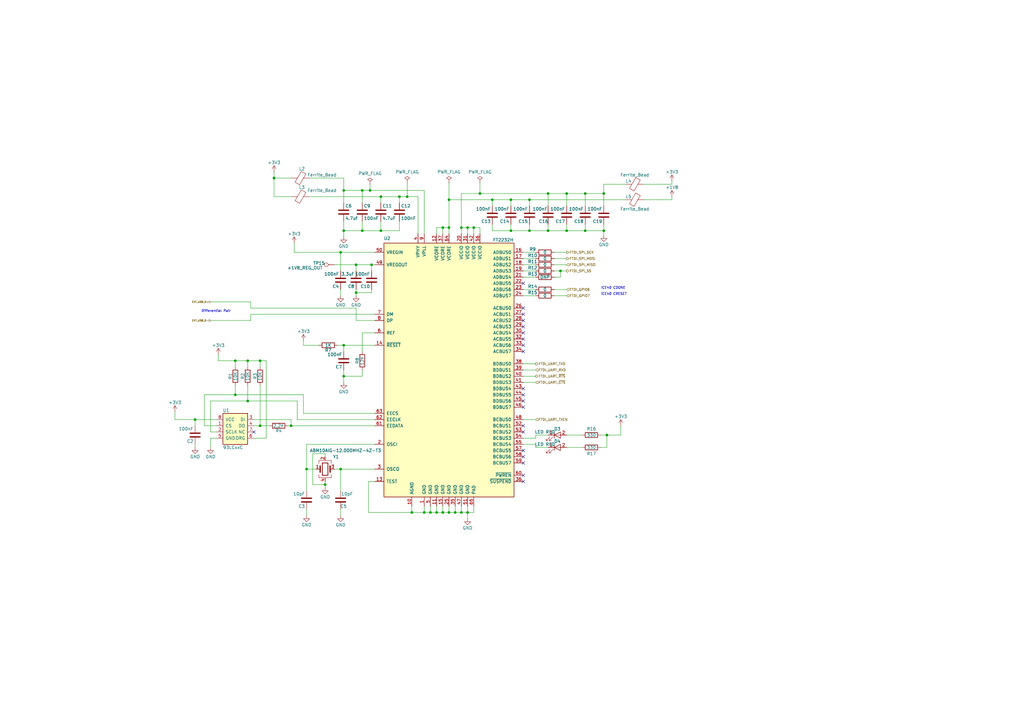
<source format=kicad_sch>
(kicad_sch (version 20211123) (generator eeschema)
  (paper "A3")
  (title_block (title "63HP HILTOP Backplane") (date "2021-02-04") (rev "C") (company "Devtank Ltd"))
  (lib_symbols
    (symbol "hiltop_backplane_brd-rescue:93LCxxC-memory-hiltop_backplane_brd-rescue" (pin_names (offset 1.016))
      (property "Reference" "U" (at -3.81 8.89 0))
      (property "Value" "93LCxxC-memory-hiltop_backplane_brd-rescue" (at -5.08 -6.35 0))
      (symbol "93LCxxC-memory-hiltop_backplane_brd-rescue_0_1"
        (rectangle (start -5.08 -5.08) (end 5.08 7.62) (stroke (width 0.254)) (fill (type background)))
      )
      (symbol "93LCxxC-memory-hiltop_backplane_brd-rescue_1_1"
        (pin input line (at -7.62 2.54 0) (length 2.54) (name "CS") (number "1"))
        (pin input line (at -7.62 0 0) (length 2.54) (name "SCLK") (number "2"))
        (pin input line (at 7.62 5.08 180) (length 2.54) (name "DI") (number "3"))
        (pin tri_state line (at 7.62 2.54 180) (length 2.54) (name "DO") (number "4"))
        (pin power_in line (at -7.62 -2.54 0) (length 2.54) (name "GND") (number "5"))
        (pin input line (at 7.62 -2.54 180) (length 2.54) (name "ORG") (number "6"))
        (pin input line (at 7.62 0 180) (length 2.54) (name "NC") (number "7"))
        (pin power_in line (at -7.62 5.08 0) (length 2.54) (name "VCC") (number "8"))
      )
    )
    (symbol "hiltop_backplane_brd-rescue:C-device-hiltop_backplane_brd-rescue" (pin_numbers hide) (pin_names (offset 0.254))
      (property "Reference" "C" (at 0.635 2.54 0))
      (property "Value" "C-device-hiltop_backplane_brd-rescue" (at 0.635 -2.54 0))
      (symbol "C-device-hiltop_backplane_brd-rescue_0_1"
        (polyline (pts (xy -2.032 -0.762) (xy 2.032 -0.762)) (stroke (width 0.508)))
        (polyline (pts (xy -2.032 0.762) (xy 2.032 0.762)) (stroke (width 0.508)))
      )
      (symbol "C-device-hiltop_backplane_brd-rescue_1_1"
        (pin passive line (at 0 3.81 270) (length 2.794) (name "~") (number "1"))
        (pin passive line (at 0 -3.81 90) (length 2.794) (name "~") (number "2"))
      )
    )
    (symbol "hiltop_backplane_brd-rescue:Crystal_GND24-device-hiltop_backplane_brd-rescue" (pin_names (offset 1.016) hide)
      (property "Reference" "Y" (at 3.175 5.08 0))
      (property "Value" "Crystal_GND24-device-hiltop_backplane_brd-rescue" (at 3.175 3.175 0))
      (symbol "Crystal_GND24-device-hiltop_backplane_brd-rescue_0_1"
        (rectangle (start -1.143 2.54) (end 1.143 -2.54) (stroke (width 0.3048)))
        (polyline (pts (xy -2.54 0) (xy -2.032 0)))
        (polyline (pts (xy -2.032 -1.27) (xy -2.032 1.27)) (stroke (width 0.508)))
        (polyline (pts (xy 0 -3.81) (xy 0 -3.556)))
        (polyline (pts (xy 0 3.556) (xy 0 3.81)))
        (polyline (pts (xy 2.032 -1.27) (xy 2.032 1.27)) (stroke (width 0.508)))
        (polyline (pts (xy 2.032 0) (xy 2.54 0)))
        (polyline (pts (xy -2.54 -2.286) (xy -2.54 -3.556) (xy 2.54 -3.556) (xy 2.54 -2.286)))
        (polyline (pts (xy -2.54 2.286) (xy -2.54 3.556) (xy 2.54 3.556) (xy 2.54 2.286)))
      )
      (symbol "Crystal_GND24-device-hiltop_backplane_brd-rescue_1_1"
        (pin passive line (at -3.81 0 0) (length 1.27) (name "1") (number "1"))
        (pin passive line (at 0 5.08 270) (length 1.27) (name "2") (number "2"))
        (pin passive line (at 3.81 0 180) (length 1.27) (name "3") (number "3"))
        (pin passive line (at 0 -5.08 90) (length 1.27) (name "4") (number "4"))
      )
    )
    (symbol "hiltop_backplane_brd-rescue:FT2232H-gti_Lattice-hiltop_backplane_brd-rescue" (pin_names (offset 1.016))
      (property "Reference" "U" (at -26.67 53.34 0))
      (property "Value" "FT2232H-gti_Lattice-hiltop_backplane_brd-rescue" (at 19.05 53.34 0))
      (symbol "FT2232H-gti_Lattice-hiltop_backplane_brd-rescue_0_1"
        (rectangle (start -26.67 -52.07) (end 26.67 52.07) (stroke (width 0.254)) (fill (type background)))
      )
      (symbol "FT2232H-gti_Lattice-hiltop_backplane_brd-rescue_1_1"
        (pin power_in line (at -10.16 -55.88 90) (length 3.81) (name "GND") (number "1"))
        (pin power_in line (at -15.24 -55.88 90) (length 3.81) (name "AGND") (number "10"))
        (pin power_in line (at -5.08 -55.88 90) (length 3.81) (name "GND") (number "11"))
        (pin power_in line (at -5.08 55.88 270) (length 3.81) (name "VCORE") (number "12"))
        (pin input line (at -30.48 -45.72 0) (length 3.81) (name "TEST") (number "13"))
        (pin input line (at -30.48 10.16 0) (length 3.81) (name "~{RESET}") (number "14"))
        (pin power_in line (at -2.54 -55.88 90) (length 3.81) (name "GND") (number "15"))
        (pin bidirectional line (at 30.48 48.26 180) (length 3.81) (name "ADBUS0") (number "16"))
        (pin bidirectional line (at 30.48 45.72 180) (length 3.81) (name "ADBUS1") (number "17"))
        (pin bidirectional line (at 30.48 43.18 180) (length 3.81) (name "ADBUS2") (number "18"))
        (pin bidirectional line (at 30.48 40.64 180) (length 3.81) (name "ADBUS3") (number "19"))
        (pin input line (at -30.48 -30.48 0) (length 3.81) (name "OSCI") (number "2"))
        (pin power_in line (at 5.08 55.88 270) (length 3.81) (name "VCCIO") (number "20"))
        (pin bidirectional line (at 30.48 38.1 180) (length 3.81) (name "ADBUS4") (number "21"))
        (pin bidirectional line (at 30.48 35.56 180) (length 3.81) (name "ADBUS5") (number "22"))
        (pin bidirectional line (at 30.48 33.02 180) (length 3.81) (name "ADBUS6") (number "23"))
        (pin bidirectional line (at 30.48 30.48 180) (length 3.81) (name "ADBUS7") (number "24"))
        (pin power_in line (at 0 -55.88 90) (length 3.81) (name "GND") (number "25"))
        (pin bidirectional line (at 30.48 25.4 180) (length 3.81) (name "ACBUS0") (number "26"))
        (pin bidirectional line (at 30.48 22.86 180) (length 3.81) (name "ACBUS1") (number "27"))
        (pin bidirectional line (at 30.48 20.32 180) (length 3.81) (name "ACBUS2") (number "28"))
        (pin bidirectional line (at 30.48 17.78 180) (length 3.81) (name "ACBUS3") (number "29"))
        (pin output line (at -30.48 -40.64 0) (length 3.81) (name "OSCO") (number "3"))
        (pin bidirectional line (at 30.48 15.24 180) (length 3.81) (name "ACBUS4") (number "30"))
        (pin power_in line (at 7.62 55.88 270) (length 3.81) (name "VCCIO") (number "31"))
        (pin bidirectional line (at 30.48 12.7 180) (length 3.81) (name "ACBUS5") (number "32"))
        (pin bidirectional line (at 30.48 10.16 180) (length 3.81) (name "ACBUS6") (number "33"))
        (pin bidirectional line (at 30.48 7.62 180) (length 3.81) (name "ACBUS7") (number "34"))
        (pin power_in line (at 2.54 -55.88 90) (length 3.81) (name "GND") (number "35"))
        (pin output line (at 30.48 -45.72 180) (length 3.81) (name "~{SUSPEND}") (number "36"))
        (pin power_in line (at -2.54 55.88 270) (length 3.81) (name "VCORE") (number "37"))
        (pin bidirectional line (at 30.48 2.54 180) (length 3.81) (name "BDBUS0") (number "38"))
        (pin bidirectional line (at 30.48 0 180) (length 3.81) (name "BDBUS1") (number "39"))
        (pin power_in line (at -12.7 55.88 270) (length 3.81) (name "VPHY") (number "4"))
        (pin bidirectional line (at 30.48 -2.54 180) (length 3.81) (name "BDBUS2") (number "40"))
        (pin bidirectional line (at 30.48 -5.08 180) (length 3.81) (name "BDBUS3") (number "41"))
        (pin power_in line (at 10.16 55.88 270) (length 3.81) (name "VCCIO") (number "42"))
        (pin bidirectional line (at 30.48 -7.62 180) (length 3.81) (name "BDBUS4") (number "43"))
        (pin bidirectional line (at 30.48 -10.16 180) (length 3.81) (name "BDBUS5") (number "44"))
        (pin bidirectional line (at 30.48 -12.7 180) (length 3.81) (name "BDBUS6") (number "45"))
        (pin bidirectional line (at 30.48 -15.24 180) (length 3.81) (name "BDBUS7") (number "46"))
        (pin power_in line (at 5.08 -55.88 90) (length 3.81) (name "GND") (number "47"))
        (pin bidirectional line (at 30.48 -20.32 180) (length 3.81) (name "BCBUS0") (number "48"))
        (pin power_out line (at -30.48 43.18 0) (length 3.81) (name "VREGOUT") (number "49"))
        (pin power_in line (at -7.62 -55.88 90) (length 3.81) (name "GND") (number "5"))
        (pin power_in line (at -30.48 48.26 0) (length 3.81) (name "VREGIN") (number "50"))
        (pin power_in line (at 7.62 -55.88 90) (length 3.81) (name "GND") (number "51"))
        (pin bidirectional line (at 30.48 -22.86 180) (length 3.81) (name "BCBUS1") (number "52"))
        (pin bidirectional line (at 30.48 -25.4 180) (length 3.81) (name "BCBUS2") (number "53"))
        (pin bidirectional line (at 30.48 -27.94 180) (length 3.81) (name "BCBUS3") (number "54"))
        (pin bidirectional line (at 30.48 -30.48 180) (length 3.81) (name "BCBUS4") (number "55"))
        (pin power_in line (at 12.7 55.88 270) (length 3.81) (name "VCCIO") (number "56"))
        (pin bidirectional line (at 30.48 -33.02 180) (length 3.81) (name "BCBUS5") (number "57"))
        (pin bidirectional line (at 30.48 -35.56 180) (length 3.81) (name "BCBUS6") (number "58"))
        (pin bidirectional line (at 30.48 -38.1 180) (length 3.81) (name "BCBUS7") (number "59"))
        (pin output line (at -30.48 15.24 0) (length 3.81) (name "REF") (number "6"))
        (pin output line (at 30.48 -43.18 180) (length 3.81) (name "~{PWREN}") (number "60"))
        (pin bidirectional line (at -30.48 -22.86 0) (length 3.81) (name "EEDATA") (number "61"))
        (pin output line (at -30.48 -20.32 0) (length 3.81) (name "EECLK") (number "62"))
        (pin output line (at -30.48 -17.78 0) (length 3.81) (name "EECS") (number "63"))
        (pin power_in line (at 0 55.88 270) (length 3.81) (name "VCORE") (number "64"))
        (pin input line (at 10.16 -55.88 90) (length 3.81) (name "PAD") (number "65"))
        (pin bidirectional line (at -30.48 22.86 0) (length 3.81) (name "DM") (number "7"))
        (pin bidirectional line (at -30.48 20.32 0) (length 3.81) (name "DP") (number "8"))
        (pin input line (at -10.16 55.88 270) (length 3.81) (name "VPLL") (number "9"))
      )
    )
    (symbol "hiltop_backplane_brd-rescue:Ferrite_Bead-device-hiltop_backplane_brd-rescue" (pin_numbers hide) (pin_names (offset 0))
      (property "Reference" "L" (at -3.81 0.635 90))
      (property "Value" "Ferrite_Bead-device-hiltop_backplane_brd-rescue" (at 3.81 0 90))
      (symbol "Ferrite_Bead-device-hiltop_backplane_brd-rescue_0_1"
        (polyline (pts (xy 0 -1.27) (xy 0 -1.2192)))
        (polyline (pts (xy 0 1.27) (xy 0 1.2954)))
        (polyline (pts (xy -2.7686 0.4064) (xy -1.7018 2.2606) (xy 2.7686 -0.3048) (xy 1.6764 -2.159) (xy -2.7686 0.4064)))
      )
      (symbol "Ferrite_Bead-device-hiltop_backplane_brd-rescue_1_1"
        (pin passive line (at 0 3.81 270) (length 2.54) (name "~") (number "1"))
        (pin passive line (at 0 -3.81 90) (length 2.54) (name "~") (number "2"))
      )
    )
    (symbol "hiltop_backplane_brd-rescue:LED-device-hiltop_backplane_brd-rescue" (pin_names (offset 1.016) hide)
      (property "Reference" "D" (at 0 2.54 0))
      (property "Value" "LED-device-hiltop_backplane_brd-rescue" (at 0 -2.54 0))
      (symbol "LED-device-hiltop_backplane_brd-rescue_0_1"
        (polyline (pts (xy -1.27 -1.27) (xy -1.27 1.27)) (stroke (width 0.2032)))
        (polyline (pts (xy -1.27 0) (xy 1.27 0)))
        (polyline (pts (xy 1.27 -1.27) (xy 1.27 1.27) (xy -1.27 0) (xy 1.27 -1.27)) (stroke (width 0.2032)))
        (polyline (pts (xy -3.048 -0.762) (xy -4.572 -2.286) (xy -3.81 -2.286) (xy -4.572 -2.286) (xy -4.572 -1.524)))
        (polyline (pts (xy -1.778 -0.762) (xy -3.302 -2.286) (xy -2.54 -2.286) (xy -3.302 -2.286) (xy -3.302 -1.524)))
      )
      (symbol "LED-device-hiltop_backplane_brd-rescue_1_1"
        (pin passive line (at -3.81 0 0) (length 2.54) (name "K") (number "1"))
        (pin passive line (at 3.81 0 180) (length 2.54) (name "A") (number "2"))
      )
    )
    (symbol "hiltop_backplane_brd-rescue:R-device-hiltop_backplane_brd-rescue" (pin_numbers hide) (pin_names (offset 0))
      (property "Reference" "R" (at 2.032 0 90))
      (property "Value" "R-device-hiltop_backplane_brd-rescue" (at 0 0 90))
      (symbol "R-device-hiltop_backplane_brd-rescue_0_1"
        (rectangle (start -1.016 -2.54) (end 1.016 2.54) (stroke (width 0.254)))
      )
      (symbol "R-device-hiltop_backplane_brd-rescue_1_1"
        (pin passive line (at 0 3.81 270) (length 1.27) (name "~") (number "1"))
        (pin passive line (at 0 -3.81 90) (length 1.27) (name "~") (number "2"))
      )
    )
    (symbol "hiltop_backplane_brd-rescue:TestPoint-Connector-hiltop_backplane_brd-rescue" (pin_numbers hide) (pin_names (offset 0.762) hide)
      (property "Reference" "TP" (at 0 6.858 0))
      (property "Value" "TestPoint-Connector-hiltop_backplane_brd-rescue" (at 0 5.08 0))
      (symbol "TestPoint-Connector-hiltop_backplane_brd-rescue_0_1"
        (circle (center 0 3.302) (radius 0.762))
      )
      (symbol "TestPoint-Connector-hiltop_backplane_brd-rescue_1_1"
        (pin passive line (at 0 0 90) (length 2.54) (name "1") (number "1"))
      )
    )
    (symbol "power:+1V8" (power) (pin_names (offset 0))
      (property "Value" "+1V8" (at 0 3.556 0))
      (symbol "+1V8_0_1"
        (polyline (pts (xy -0.762 1.27) (xy 0 2.54)))
        (polyline (pts (xy 0 0) (xy 0 2.54)))
        (polyline (pts (xy 0 2.54) (xy 0.762 1.27)))
      )
      (symbol "+1V8_1_1"
        (pin power_in line (at 0 0 90) (length 0) hide (name "+1V8") (number "1"))
      )
    )
    (symbol "power:+3V3" (power) (pin_names (offset 0))
      (property "Value" "+3V3" (at 0 3.556 0))
      (symbol "+3V3_0_1"
        (polyline (pts (xy -0.762 1.27) (xy 0 2.54)))
        (polyline (pts (xy 0 0) (xy 0 2.54)))
        (polyline (pts (xy 0 2.54) (xy 0.762 1.27)))
      )
      (symbol "+3V3_1_1"
        (pin power_in line (at 0 0 90) (length 0) hide (name "+3V3") (number "1"))
      )
    )
    (symbol "power:GND" (power) (pin_names (offset 0))
      (property "Value" "GND" (at 0 -3.81 0))
      (symbol "GND_0_1"
        (polyline (pts (xy 0 0) (xy 0 -1.27) (xy 1.27 -1.27) (xy 0 -2.54) (xy -1.27 -1.27) (xy 0 -1.27)))
      )
      (symbol "GND_1_1"
        (pin power_in line (at 0 0 270) (length 0) hide (name "GND") (number "1"))
      )
    )
    (symbol "power:PWR_FLAG" (power) (pin_numbers hide) (pin_names (offset 0) hide)
      (property "Value" "PWR_FLAG" (at 0 3.81 0))
      (symbol "PWR_FLAG_0_0"
        (pin power_out line (at 0 0 90) (length 0) (name "pwr") (number "1"))
      )
      (symbol "PWR_FLAG_0_1"
        (polyline (pts (xy 0 0) (xy 0 1.27) (xy -1.016 1.905) (xy 0 2.54) (xy 1.016 1.905) (xy 0 1.27)))
      )
    )
  )
  (junction (at 167.005 80.645))
  (junction (at 247.65 94.615))
  (junction (at 201.93 81.915))
  (junction (at 133.35 198.755))
  (junction (at 101.6 147.955))
  (junction (at 240.03 79.375))
  (junction (at 151.765 78.105))
  (junction (at 139.7 192.405))
  (junction (at 101.6 164.465))
  (junction (at 146.05 120.015))
  (junction (at 217.17 81.915))
  (junction (at 139.7 103.505))
  (junction (at 181.61 93.345))
  (junction (at 189.23 93.345))
  (junction (at 125.73 192.405))
  (junction (at 240.03 94.615))
  (junction (at 80.01 172.085))
  (junction (at 181.61 210.185))
  (junction (at 140.97 78.105))
  (junction (at 148.59 78.105))
  (junction (at 96.52 147.955))
  (junction (at 168.91 210.185))
  (junction (at 96.52 161.925))
  (junction (at 140.97 141.605))
  (junction (at 248.92 178.435))
  (junction (at 229.87 111.125))
  (junction (at 196.85 79.375))
  (junction (at 217.17 94.615))
  (junction (at 163.83 80.645))
  (junction (at 148.59 94.615))
  (junction (at 247.65 79.375))
  (junction (at 140.97 154.305))
  (junction (at 179.07 210.185))
  (junction (at 176.53 210.185))
  (junction (at 224.79 94.615))
  (junction (at 232.41 94.615))
  (junction (at 156.21 80.645))
  (junction (at 186.69 210.185))
  (junction (at 209.55 81.915))
  (junction (at 112.395 73.025))
  (junction (at 194.31 93.345))
  (junction (at 173.99 210.185))
  (junction (at 184.15 81.915))
  (junction (at 209.55 94.615))
  (junction (at 189.23 210.185))
  (junction (at 106.68 147.955))
  (junction (at 156.21 94.615))
  (junction (at 232.41 79.375))
  (junction (at 184.15 210.185))
  (junction (at 224.79 79.375))
  (junction (at 184.15 93.345))
  (junction (at 191.77 93.345))
  (junction (at 106.68 174.625))
  (junction (at 140.97 94.615))
  (junction (at 146.05 108.585))
  (junction (at 119.38 174.625))
  (junction (at 152.4 108.585))
  (junction (at 191.77 210.185))
  (no_connect (at 214.63 189.865))
  (no_connect (at 214.63 197.485))
  (no_connect (at 214.63 126.365))
  (no_connect (at 214.63 136.525))
  (no_connect (at 214.63 144.145))
  (no_connect (at 104.14 177.165))
  (no_connect (at 214.63 187.325))
  (no_connect (at 214.63 141.605))
  (no_connect (at 214.63 159.385))
  (no_connect (at 214.63 174.625))
  (no_connect (at 214.63 128.905))
  (no_connect (at 214.63 164.465))
  (no_connect (at 214.63 131.445))
  (no_connect (at 214.63 139.065))
  (no_connect (at 214.63 116.205))
  (no_connect (at 214.63 133.985))
  (no_connect (at 214.63 161.925))
  (no_connect (at 214.63 184.785))
  (no_connect (at 214.63 167.005))
  (no_connect (at 214.63 194.945))
  (no_connect (at 214.63 177.165))
  (wire (pts (xy 148.59 154.305) (xy 140.97 154.305)))
  (wire (pts (xy 121.92 164.465) (xy 121.92 172.085)))
  (wire (pts (xy 106.68 147.955) (xy 106.68 150.495)))
  (wire (pts (xy 254.635 178.435) (xy 254.635 174.625)))
  (wire (pts (xy 189.23 210.185) (xy 191.77 210.185)))
  (wire (pts (xy 146.05 131.445) (xy 153.67 131.445)))
  (wire (pts (xy 129.54 192.405) (xy 125.73 192.405)))
  (wire (pts (xy 191.77 93.345) (xy 194.31 93.345)))
  (wire (pts (xy 148.59 78.105) (xy 151.765 78.105)))
  (wire (pts (xy 140.97 90.805) (xy 140.97 94.615)))
  (wire (pts (xy 128.27 186.055) (xy 128.27 198.755)))
  (wire (pts (xy 153.67 182.245) (xy 125.73 182.245)))
  (wire (pts (xy 219.71 183.515) (xy 219.71 182.245)))
  (wire (pts (xy 148.59 151.765) (xy 148.59 154.305)))
  (wire (pts (xy 146.05 120.015) (xy 146.05 121.285)))
  (wire (pts (xy 209.55 92.075) (xy 209.55 94.615)))
  (wire (pts (xy 124.46 161.925) (xy 124.46 169.545)))
  (wire (pts (xy 217.17 81.915) (xy 256.54 81.915)))
  (wire (pts (xy 104.14 179.705) (xy 109.22 179.705)))
  (wire (pts (xy 83.82 174.625) (xy 88.9 174.625)))
  (wire (pts (xy 275.59 75.565) (xy 275.59 74.295)))
  (wire (pts (xy 186.69 207.645) (xy 186.69 210.185)))
  (wire (pts (xy 194.31 93.345) (xy 196.85 93.345)))
  (wire (pts (xy 224.79 183.515) (xy 219.71 183.515)))
  (wire (pts (xy 184.15 81.915) (xy 184.15 93.345)))
  (wire (pts (xy 151.765 78.105) (xy 173.99 78.105)))
  (wire (pts (xy 140.97 73.025) (xy 127 73.025)))
  (wire (pts (xy 214.63 179.705) (xy 219.71 179.705)))
  (wire (pts (xy 137.16 108.585) (xy 146.05 108.585)))
  (wire (pts (xy 112.395 80.645) (xy 112.395 73.025)))
  (wire (pts (xy 189.23 93.345) (xy 191.77 93.345)))
  (wire (pts (xy 189.23 207.645) (xy 189.23 210.185)))
  (wire (pts (xy 148.59 90.805) (xy 148.59 94.615)))
  (wire (pts (xy 186.69 210.185) (xy 189.23 210.185)))
  (wire (pts (xy 240.03 94.615) (xy 247.65 94.615)))
  (wire (pts (xy 189.23 79.375) (xy 189.23 93.345)))
  (wire (pts (xy 201.93 94.615) (xy 209.55 94.615)))
  (wire (pts (xy 120.65 99.695) (xy 120.65 103.505)))
  (wire (pts (xy 227.33 111.125) (xy 229.87 111.125)))
  (wire (pts (xy 189.23 93.345) (xy 189.23 95.885)))
  (wire (pts (xy 146.05 118.745) (xy 146.05 120.015)))
  (wire (pts (xy 86.36 179.705) (xy 86.36 183.515)))
  (wire (pts (xy 140.97 151.765) (xy 140.97 154.305)))
  (wire (pts (xy 184.15 74.93) (xy 184.15 81.915)))
  (wire (pts (xy 80.01 183.515) (xy 80.01 182.245)))
  (wire (pts (xy 219.71 178.435) (xy 219.71 179.705)))
  (wire (pts (xy 232.41 92.075) (xy 232.41 94.615)))
  (wire (pts (xy 146.05 108.585) (xy 146.05 111.125)))
  (wire (pts (xy 128.27 198.755) (xy 133.35 198.755)))
  (wire (pts (xy 184.15 93.345) (xy 184.15 95.885)))
  (wire (pts (xy 101.6 147.955) (xy 106.68 147.955)))
  (wire (pts (xy 106.68 174.625) (xy 110.49 174.625)))
  (wire (pts (xy 139.7 208.915) (xy 139.7 211.455)))
  (wire (pts (xy 71.755 172.085) (xy 80.01 172.085)))
  (wire (pts (xy 179.07 95.885) (xy 179.07 93.345)))
  (wire (pts (xy 167.005 74.93) (xy 167.005 80.645)))
  (wire (pts (xy 232.41 84.455) (xy 232.41 79.375)))
  (wire (pts (xy 124.46 141.605) (xy 130.81 141.605)))
  (wire (pts (xy 173.99 210.185) (xy 176.53 210.185)))
  (wire (pts (xy 240.03 84.455) (xy 240.03 79.375)))
  (wire (pts (xy 240.03 79.375) (xy 247.65 79.375)))
  (wire (pts (xy 86.36 164.465) (xy 101.6 164.465)))
  (wire (pts (xy 80.01 172.085) (xy 80.01 174.625)))
  (wire (pts (xy 224.79 79.375) (xy 232.41 79.375)))
  (wire (pts (xy 156.21 94.615) (xy 163.83 94.615)))
  (wire (pts (xy 227.33 118.745) (xy 232.41 118.745)))
  (wire (pts (xy 196.85 93.345) (xy 196.85 95.885)))
  (wire (pts (xy 179.07 210.185) (xy 181.61 210.185)))
  (wire (pts (xy 227.33 106.045) (xy 232.41 106.045)))
  (wire (pts (xy 88.9 179.705) (xy 86.36 179.705)))
  (wire (pts (xy 214.63 149.225) (xy 219.71 149.225)))
  (wire (pts (xy 101.6 164.465) (xy 101.6 158.115)))
  (wire (pts (xy 217.17 81.915) (xy 217.17 84.455)))
  (wire (pts (xy 179.07 93.345) (xy 181.61 93.345)))
  (wire (pts (xy 247.65 75.565) (xy 256.54 75.565)))
  (wire (pts (xy 214.63 108.585) (xy 219.71 108.585)))
  (wire (pts (xy 247.65 79.375) (xy 247.65 84.455)))
  (wire (pts (xy 140.97 154.305) (xy 140.97 156.845)))
  (wire (pts (xy 148.59 94.615) (xy 156.21 94.615)))
  (wire (pts (xy 214.63 103.505) (xy 219.71 103.505)))
  (wire (pts (xy 133.35 186.055) (xy 128.27 186.055)))
  (wire (pts (xy 148.59 78.105) (xy 148.59 83.185)))
  (wire (pts (xy 201.93 84.455) (xy 201.93 81.915)))
  (wire (pts (xy 86.36 123.825) (xy 102.87 123.825)))
  (wire (pts (xy 184.15 81.915) (xy 201.93 81.915)))
  (wire (pts (xy 247.65 75.565) (xy 247.65 79.375)))
  (wire (pts (xy 118.11 174.625) (xy 119.38 174.625)))
  (wire (pts (xy 119.38 172.085) (xy 119.38 174.625)))
  (wire (pts (xy 139.7 192.405) (xy 153.67 192.405)))
  (wire (pts (xy 246.38 178.435) (xy 248.92 178.435)))
  (wire (pts (xy 214.63 113.665) (xy 219.71 113.665)))
  (wire (pts (xy 102.87 128.905) (xy 153.67 128.905)))
  (wire (pts (xy 106.68 147.955) (xy 109.22 147.955)))
  (wire (pts (xy 96.52 161.925) (xy 124.46 161.925)))
  (wire (pts (xy 112.395 73.025) (xy 119.38 73.025)))
  (wire (pts (xy 194.31 210.185) (xy 191.77 210.185)))
  (wire (pts (xy 120.65 103.505) (xy 139.7 103.505)))
  (wire (pts (xy 275.59 80.645) (xy 275.59 81.915)))
  (wire (pts (xy 163.83 94.615) (xy 163.83 90.805)))
  (wire (pts (xy 152.4 108.585) (xy 153.67 108.585)))
  (wire (pts (xy 194.31 207.645) (xy 194.31 210.185)))
  (wire (pts (xy 167.005 80.645) (xy 171.45 80.645)))
  (wire (pts (xy 156.21 83.185) (xy 156.21 80.645)))
  (wire (pts (xy 119.38 174.625) (xy 153.67 174.625)))
  (wire (pts (xy 214.63 156.845) (xy 219.71 156.845)))
  (wire (pts (xy 151.13 210.185) (xy 168.91 210.185)))
  (wire (pts (xy 80.01 172.085) (xy 88.9 172.085)))
  (wire (pts (xy 112.395 70.485) (xy 112.395 73.025)))
  (wire (pts (xy 224.79 178.435) (xy 219.71 178.435)))
  (wire (pts (xy 102.87 123.825) (xy 102.87 126.365)))
  (wire (pts (xy 101.6 164.465) (xy 121.92 164.465)))
  (wire (pts (xy 140.97 144.145) (xy 140.97 141.605)))
  (wire (pts (xy 152.4 111.125) (xy 152.4 108.585)))
  (wire (pts (xy 121.92 172.085) (xy 153.67 172.085)))
  (wire (pts (xy 214.63 111.125) (xy 219.71 111.125)))
  (wire (pts (xy 102.87 131.445) (xy 102.87 128.905)))
  (wire (pts (xy 133.35 197.485) (xy 133.35 198.755)))
  (wire (pts (xy 153.67 197.485) (xy 151.13 197.485)))
  (wire (pts (xy 125.73 192.405) (xy 125.73 201.295)))
  (wire (pts (xy 214.63 172.085) (xy 219.71 172.085)))
  (wire (pts (xy 173.99 78.105) (xy 173.99 95.885)))
  (wire (pts (xy 104.14 172.085) (xy 119.38 172.085)))
  (wire (pts (xy 168.91 210.185) (xy 173.99 210.185)))
  (wire (pts (xy 88.9 177.165) (xy 86.36 177.165)))
  (wire (pts (xy 184.15 210.185) (xy 186.69 210.185)))
  (wire (pts (xy 227.33 108.585) (xy 232.41 108.585)))
  (wire (pts (xy 89.535 147.955) (xy 89.535 145.415)))
  (wire (pts (xy 214.63 106.045) (xy 219.71 106.045)))
  (wire (pts (xy 209.55 94.615) (xy 217.17 94.615)))
  (wire (pts (xy 217.17 94.615) (xy 224.79 94.615)))
  (wire (pts (xy 140.97 94.615) (xy 148.59 94.615)))
  (wire (pts (xy 209.55 81.915) (xy 217.17 81.915)))
  (wire (pts (xy 133.35 187.325) (xy 133.35 186.055)))
  (wire (pts (xy 214.63 182.245) (xy 219.71 182.245)))
  (wire (pts (xy 247.65 94.615) (xy 247.65 96.52)))
  (wire (pts (xy 240.03 92.075) (xy 240.03 94.615)))
  (wire (pts (xy 181.61 93.345) (xy 184.15 93.345)))
  (wire (pts (xy 96.52 147.955) (xy 101.6 147.955)))
  (wire (pts (xy 191.77 207.645) (xy 191.77 210.185)))
  (wire (pts (xy 209.55 84.455) (xy 209.55 81.915)))
  (wire (pts (xy 224.79 92.075) (xy 224.79 94.615)))
  (wire (pts (xy 125.73 208.915) (xy 125.73 211.455)))
  (wire (pts (xy 181.61 210.185) (xy 184.15 210.185)))
  (wire (pts (xy 148.59 144.145) (xy 148.59 136.525)))
  (wire (pts (xy 151.765 75.565) (xy 151.765 78.105)))
  (wire (pts (xy 248.92 178.435) (xy 248.92 183.515)))
  (wire (pts (xy 83.82 161.925) (xy 96.52 161.925)))
  (wire (pts (xy 86.36 177.165) (xy 86.36 164.465)))
  (wire (pts (xy 156.21 80.645) (xy 163.83 80.645)))
  (wire (pts (xy 191.77 210.185) (xy 191.77 212.725)))
  (wire (pts (xy 227.33 121.285) (xy 232.41 121.285)))
  (wire (pts (xy 176.53 210.185) (xy 179.07 210.185)))
  (wire (pts (xy 176.53 207.645) (xy 176.53 210.185)))
  (wire (pts (xy 229.87 111.125) (xy 232.41 111.125)))
  (wire (pts (xy 139.7 103.505) (xy 139.7 111.125)))
  (wire (pts (xy 163.83 80.645) (xy 167.005 80.645)))
  (wire (pts (xy 146.05 108.585) (xy 152.4 108.585)))
  (wire (pts (xy 224.79 84.455) (xy 224.79 79.375)))
  (wire (pts (xy 248.92 183.515) (xy 246.38 183.515)))
  (wire (pts (xy 184.15 207.645) (xy 184.15 210.185)))
  (wire (pts (xy 140.97 141.605) (xy 153.67 141.605)))
  (wire (pts (xy 227.33 113.665) (xy 229.87 113.665)))
  (wire (pts (xy 181.61 207.645) (xy 181.61 210.185)))
  (wire (pts (xy 227.33 103.505) (xy 232.41 103.505)))
  (wire (pts (xy 232.41 178.435) (xy 238.76 178.435)))
  (wire (pts (xy 248.92 178.435) (xy 254.635 178.435)))
  (wire (pts (xy 146.05 126.365) (xy 146.05 131.445)))
  (wire (pts (xy 106.68 158.115) (xy 106.68 174.625)))
  (wire (pts (xy 189.23 79.375) (xy 196.85 79.375)))
  (wire (pts (xy 102.87 126.365) (xy 146.05 126.365)))
  (wire (pts (xy 214.63 121.285) (xy 219.71 121.285)))
  (wire (pts (xy 152.4 120.015) (xy 146.05 120.015)))
  (wire (pts (xy 173.99 207.645) (xy 173.99 210.185)))
  (wire (pts (xy 101.6 150.495) (xy 101.6 147.955)))
  (wire (pts (xy 152.4 118.745) (xy 152.4 120.015)))
  (wire (pts (xy 229.87 113.665) (xy 229.87 111.125)))
  (wire (pts (xy 138.43 141.605) (xy 140.97 141.605)))
  (wire (pts (xy 140.97 78.105) (xy 140.97 83.185)))
  (wire (pts (xy 179.07 207.645) (xy 179.07 210.185)))
  (wire (pts (xy 125.73 182.245) (xy 125.73 192.405)))
  (wire (pts (xy 139.7 103.505) (xy 153.67 103.505)))
  (wire (pts (xy 140.97 78.105) (xy 148.59 78.105)))
  (wire (pts (xy 232.41 94.615) (xy 240.03 94.615)))
  (wire (pts (xy 196.85 79.375) (xy 224.79 79.375)))
  (wire (pts (xy 124.46 169.545) (xy 153.67 169.545)))
  (wire (pts (xy 139.7 118.745) (xy 139.7 121.285)))
  (wire (pts (xy 232.41 183.515) (xy 238.76 183.515)))
  (wire (pts (xy 148.59 136.525) (xy 153.67 136.525)))
  (wire (pts (xy 86.36 131.445) (xy 102.87 131.445)))
  (wire (pts (xy 247.65 92.075) (xy 247.65 94.615)))
  (wire (pts (xy 224.79 94.615) (xy 232.41 94.615)))
  (wire (pts (xy 214.63 154.305) (xy 219.71 154.305)))
  (wire (pts (xy 201.93 92.075) (xy 201.93 94.615)))
  (wire (pts (xy 196.85 74.93) (xy 196.85 79.375)))
  (wire (pts (xy 83.82 161.925) (xy 83.82 174.625)))
  (wire (pts (xy 163.83 80.645) (xy 163.83 83.185)))
  (wire (pts (xy 232.41 79.375) (xy 240.03 79.375)))
  (wire (pts (xy 89.535 147.955) (xy 96.52 147.955)))
  (wire (pts (xy 140.97 73.025) (xy 140.97 78.105)))
  (wire (pts (xy 156.21 94.615) (xy 156.21 90.805)))
  (wire (pts (xy 191.77 95.885) (xy 191.77 93.345)))
  (wire (pts (xy 214.63 151.765) (xy 219.71 151.765)))
  (wire (pts (xy 214.63 118.745) (xy 219.71 118.745)))
  (wire (pts (xy 127 80.645) (xy 156.21 80.645)))
  (wire (pts (xy 140.97 94.615) (xy 140.97 97.155)))
  (wire (pts (xy 151.13 197.485) (xy 151.13 210.185)))
  (wire (pts (xy 119.38 80.645) (xy 112.395 80.645)))
  (wire (pts (xy 264.16 81.915) (xy 275.59 81.915)))
  (wire (pts (xy 217.17 94.615) (xy 217.17 92.075)))
  (wire (pts (xy 104.14 174.625) (xy 106.68 174.625)))
  (wire (pts (xy 139.7 192.405) (xy 139.7 201.295)))
  (wire (pts (xy 181.61 95.885) (xy 181.61 93.345)))
  (wire (pts (xy 171.45 80.645) (xy 171.45 95.885)))
  (wire (pts (xy 264.16 75.565) (xy 275.59 75.565)))
  (wire (pts (xy 194.31 95.885) (xy 194.31 93.345)))
  (wire (pts (xy 133.35 198.755) (xy 133.35 200.025)))
  (wire (pts (xy 201.93 81.915) (xy 209.55 81.915)))
  (wire (pts (xy 71.755 172.085) (xy 71.755 168.91)))
  (wire (pts (xy 168.91 207.645) (xy 168.91 210.185)))
  (wire (pts (xy 96.52 147.955) (xy 96.52 150.495)))
  (wire (pts (xy 137.16 192.405) (xy 139.7 192.405)))
  (wire (pts (xy 96.52 158.115) (xy 96.52 161.925)))
  (wire (pts (xy 109.22 179.705) (xy 109.22 147.955)))
  (wire (pts (xy 124.46 139.7) (xy 124.46 141.605)))
  (text "Differential Pair" (at 82.55 128.27 0) (effects (font (size 0.9906 0.9906)) (justify left bottom)))
  (text "iCE40 CDONE" (at 246.38 118.745 0) (effects (font (size 0.9906 0.9906) italic) (justify left bottom)))
  (text "iCE40 CRESET" (at 246.38 121.285 0) (effects (font (size 0.9906 0.9906) italic) (justify left bottom)))
  (hierarchical_label "FTDI_GPIO7" (shape input) (at 232.41 121.285 0) (effects (font (size 0.9906 0.9906))))
  (hierarchical_label "FTDI_UART_~{CTS}" (shape input) (at 219.71 156.845 0) (effects (font (size 0.9906 0.9906))))
  (hierarchical_label "EXT_USB_D+" (shape input) (at 86.36 123.825 180) (effects (font (size 0.7112 0.7112))))
  (hierarchical_label "FTDI_UART_~{RTS}" (shape output) (at 219.71 154.305 0) (effects (font (size 0.9906 0.9906))))
  (hierarchical_label "FTDI_SPI_MISO" (shape input) (at 232.41 108.585 0) (effects (font (size 0.9906 0.9906))))
  (hierarchical_label "FTDI_GPIO6" (shape input) (at 232.41 118.745 0) (effects (font (size 0.9906 0.9906))))
  (hierarchical_label "FTDI_UART_TXD" (shape output) (at 219.71 149.225 0) (effects (font (size 0.9906 0.9906))))
  (hierarchical_label "FTDI_SPI_SCK" (shape output) (at 232.41 103.505 0) (effects (font (size 0.9906 0.9906))))
  (hierarchical_label "FTDI_UART_RXD" (shape input) (at 219.71 151.765 0) (effects (font (size 0.9906 0.9906))))
  (hierarchical_label "EXT_USB_D-" (shape input) (at 86.36 131.445 180) (effects (font (size 0.7112 0.7112))))
  (hierarchical_label "FTDI_SPI_MOSI" (shape output) (at 232.41 106.045 0) (effects (font (size 0.9906 0.9906))))
  (hierarchical_label "FTDI_SPI_SS" (shape output) (at 232.41 111.125 0) (effects (font (size 0.9906 0.9906))))
  (hierarchical_label "FTDI_UART_TXEN" (shape input) (at 219.71 172.085 0) (effects (font (size 0.9906 0.9906))))
  (symbol (lib_id "hiltop_backplane_brd-rescue:C-device-hiltop_backplane_brd-rescue") (at 80.01 178.435 180) (unit 1)
    (property "Reference" "C2" (at 79.375 180.975 0) (effects (justify left)))
    (property "Value" "100nF" (at 79.375 175.895 0) (effects (justify left)))
    (property "Footprint" "Capacitor_SMD:C_0402_1005Metric" (effects hide))
    (property "Devtank" "105-019" (effects hide))
  )
  (symbol (lib_id "hiltop_backplane_brd-rescue:C-device-hiltop_backplane_brd-rescue") (at 224.79 88.265 0) (unit 1)
    (property "Reference" "C16" (at 220.98 90.805 0) (effects (justify left)))
    (property "Value" "100nF" (at 218.44 85.725 0) (effects (justify left)))
    (property "Footprint" "Capacitor_SMD:C_0402_1005Metric" (effects hide))
    (property "Devtank" "105-019" (effects hide))
  )
  (symbol (lib_id "hiltop_backplane_brd-rescue:C-device-hiltop_backplane_brd-rescue") (at 240.03 88.265 180) (unit 1)
    (property "Reference" "C18" (at 239.395 90.805 0) (effects (justify left)))
    (property "Value" "100nF" (at 239.395 85.725 0) (effects (justify left)))
    (property "Footprint" "Capacitor_SMD:C_0402_1005Metric" (effects hide))
    (property "Devtank" "105-019" (effects hide))
  )
  (symbol (lib_id "hiltop_backplane_brd-rescue:C-device-hiltop_backplane_brd-rescue") (at 217.17 88.265 180) (unit 1)
    (property "Reference" "C15" (at 216.535 90.805 0) (effects (justify left)))
    (property "Value" "100nF" (at 216.535 85.725 0) (effects (justify left)))
    (property "Footprint" "Capacitor_SMD:C_0402_1005Metric" (effects hide))
    (property "Devtank" "105-019" (effects hide))
  )
  (symbol (lib_id "hiltop_backplane_brd-rescue:C-device-hiltop_backplane_brd-rescue") (at 247.65 88.265 180) (unit 1)
    (property "Reference" "C19" (at 247.015 90.805 0) (effects (justify left)))
    (property "Value" "100nF" (at 247.015 85.725 0) (effects (justify left)))
    (property "Footprint" "Capacitor_SMD:C_0402_1005Metric" (effects hide))
    (property "Devtank" "105-019" (effects hide))
  )
  (symbol (lib_id "hiltop_backplane_brd-rescue:C-device-hiltop_backplane_brd-rescue") (at 209.55 88.265 180) (unit 1)
    (property "Reference" "C14" (at 208.915 90.805 0) (effects (justify left)))
    (property "Value" "100nF" (at 208.915 85.725 0) (effects (justify left)))
    (property "Footprint" "Capacitor_SMD:C_0402_1005Metric" (effects hide))
    (property "Devtank" "105-019" (effects hide))
  )
  (symbol (lib_id "hiltop_backplane_brd-rescue:C-device-hiltop_backplane_brd-rescue") (at 201.93 88.265 180) (unit 1)
    (property "Reference" "C13" (at 201.295 90.805 0) (effects (justify left)))
    (property "Value" "100nF" (at 201.295 85.725 0) (effects (justify left)))
    (property "Footprint" "Capacitor_SMD:C_0402_1005Metric" (effects hide))
    (property "Devtank" "105-019" (effects hide))
  )
  (symbol (lib_id "hiltop_backplane_brd-rescue:C-device-hiltop_backplane_brd-rescue") (at 140.97 86.995 0) (unit 1)
    (property "Reference" "C6" (at 141.605 84.455 0) (effects (justify left)))
    (property "Value" "4.7uf" (at 141.605 89.535 0) (effects (justify left)))
    (property "Footprint" "Capacitor_SMD:C_0603_1608Metric" (effects hide))
    (property "Devtank" "105-021" (effects hide))
  )
  (symbol (lib_id "hiltop_backplane_brd-rescue:C-device-hiltop_backplane_brd-rescue") (at 148.59 86.995 0) (unit 1)
    (property "Reference" "C9" (at 149.225 84.455 0) (effects (justify left)))
    (property "Value" "100nF" (at 149.225 89.535 0) (effects (justify left)))
    (property "Footprint" "Capacitor_SMD:C_0402_1005Metric" (effects hide))
    (property "Devtank" "105-019" (effects hide))
  )
  (symbol (lib_id "hiltop_backplane_brd-rescue:C-device-hiltop_backplane_brd-rescue") (at 156.21 86.995 0) (unit 1)
    (property "Reference" "C11" (at 156.845 84.455 0) (effects (justify left)))
    (property "Value" "4.7uF" (at 156.845 89.535 0) (effects (justify left)))
    (property "Footprint" "Capacitor_SMD:C_0603_1608Metric" (effects hide))
    (property "Devtank" "105-021" (effects hide))
  )
  (symbol (lib_id "hiltop_backplane_brd-rescue:C-device-hiltop_backplane_brd-rescue") (at 163.83 86.995 0) (unit 1)
    (property "Reference" "C12" (at 164.465 84.455 0) (effects (justify left)))
    (property "Value" "100nF" (at 164.465 89.535 0) (effects (justify left)))
    (property "Footprint" "Capacitor_SMD:C_0402_1005Metric" (effects hide))
    (property "Devtank" "105-019" (effects hide))
  )
  (symbol (lib_id "hiltop_backplane_brd-rescue:C-device-hiltop_backplane_brd-rescue") (at 232.41 88.265 180) (unit 1)
    (property "Reference" "C17" (at 231.775 90.805 0) (effects (justify left)))
    (property "Value" "100nF" (at 231.775 85.725 0) (effects (justify left)))
    (property "Footprint" "Capacitor_SMD:C_0402_1005Metric" (effects hide))
    (property "Devtank" "105-019" (effects hide))
  )
  (symbol (lib_id "hiltop_backplane_brd-rescue:C-device-hiltop_backplane_brd-rescue") (at 139.7 114.935 180) (unit 1)
    (property "Reference" "C4" (at 139.065 117.475 0) (effects (justify left)))
    (property "Value" "100nF" (at 139.065 112.395 0) (effects (justify left)))
    (property "Footprint" "Capacitor_SMD:C_0402_1005Metric" (effects hide))
    (property "Devtank" "105-019" (effects hide))
  )
  (symbol (lib_id "hiltop_backplane_brd-rescue:C-device-hiltop_backplane_brd-rescue") (at 146.05 114.935 180) (unit 1)
    (property "Reference" "C8" (at 145.415 117.475 0) (effects (justify left)))
    (property "Value" "3.3uF" (at 145.415 112.395 0) (effects (justify left)))
    (property "Footprint" "Capacitor_SMD:C_0603_1608Metric" (effects hide))
    (property "Devtank" "105-022" (effects hide))
  )
  (symbol (lib_id "hiltop_backplane_brd-rescue:C-device-hiltop_backplane_brd-rescue") (at 139.7 205.105 180) (unit 1)
    (property "Reference" "C5" (at 142.24 207.645 0) (effects (justify left)))
    (property "Value" "10pF" (at 144.78 202.565 0) (effects (justify left)))
    (property "Footprint" "Capacitor_SMD:C_0402_1005Metric" (effects hide))
    (property "Devtank" "106-012" (effects hide))
  )
  (symbol (lib_id "hiltop_backplane_brd-rescue:C-device-hiltop_backplane_brd-rescue") (at 125.73 205.105 180) (unit 1)
    (property "Reference" "C3" (at 125.095 207.645 0) (effects (justify left)))
    (property "Value" "10pF" (at 125.095 202.565 0) (effects (justify left)))
    (property "Footprint" "Capacitor_SMD:C_0402_1005Metric" (effects hide))
    (property "Devtank" "106-012" (effects hide))
  )
  (symbol (lib_id "hiltop_backplane_brd-rescue:Ferrite_Bead-device-hiltop_backplane_brd-rescue") (at 123.19 73.025 270) (unit 1)
    (property "Reference" "L2" (at 123.825 69.215 90))
    (property "Value" "Ferrite_Bead" (at 132.08 71.755 90))
    (property "Footprint" "Inductor_SMD:L_0603_1608Metric" (effects hide))
    (property "Devtank" "113-001" (effects hide))
  )
  (symbol (lib_id "hiltop_backplane_brd-rescue:Ferrite_Bead-device-hiltop_backplane_brd-rescue") (at 123.19 80.645 270) (unit 1)
    (property "Reference" "L3" (at 123.825 76.835 90))
    (property "Value" "Ferrite_Bead" (at 132.08 78.105 90))
    (property "Footprint" "Inductor_SMD:L_0603_1608Metric" (effects hide))
    (property "Devtank" "113-001" (effects hide))
  )
  (symbol (lib_id "hiltop_backplane_brd-rescue:Ferrite_Bead-device-hiltop_backplane_brd-rescue") (at 260.35 75.565 270) (unit 1)
    (property "Reference" "L4" (at 257.81 74.295 90))
    (property "Value" "Ferrite_Bead" (at 260.35 71.755 90))
    (property "Footprint" "Inductor_SMD:L_0603_1608Metric" (effects hide))
    (property "Devtank" "113-001" (effects hide))
  )
  (symbol (lib_id "hiltop_backplane_brd-rescue:Ferrite_Bead-device-hiltop_backplane_brd-rescue") (at 260.35 81.915 270) (unit 1)
    (property "Reference" "L5" (at 257.81 80.645 90))
    (property "Value" "Ferrite_Bead" (at 260.35 85.725 90))
    (property "Footprint" "Inductor_SMD:L_0603_1608Metric" (effects hide))
    (property "Devtank" "113-001" (effects hide))
  )
  (symbol (lib_id "power:GND") (at 191.77 212.725 0) (unit 1)
    (property "Reference" "#PWR017" (effects hide))
    (property "Value" "GND" (at 191.77 216.535 0))
  )
  (symbol (lib_id "power:GND") (at 139.7 211.455 0) (unit 1)
    (property "Reference" "#PWR013" (effects hide))
    (property "Value" "GND" (at 139.7 215.265 0))
  )
  (symbol (lib_id "power:GND") (at 125.73 211.455 0) (unit 1)
    (property "Reference" "#PWR010" (effects hide))
    (property "Value" "GND" (at 125.73 215.265 0))
  )
  (symbol (lib_id "power:GND") (at 146.05 121.285 0) (unit 1)
    (property "Reference" "#PWR016" (effects hide))
    (property "Value" "GND" (at 146.05 125.095 0))
  )
  (symbol (lib_id "power:GND") (at 139.7 121.285 0) (unit 1)
    (property "Reference" "#PWR012" (effects hide))
    (property "Value" "GND" (at 139.7 125.095 0))
  )
  (symbol (lib_id "power:GND") (at 80.01 183.515 0) (mirror y) (unit 1)
    (property "Reference" "#PWR06" (effects hide))
    (property "Value" "GND" (at 80.01 187.325 0))
  )
  (symbol (lib_id "hiltop_backplane_brd-rescue:93LCxxC-memory-hiltop_backplane_brd-rescue") (at 96.52 177.165 0) (unit 1)
    (property "Reference" "U1" (at 92.71 168.275 0))
    (property "Value" "93LCxxC" (at 91.44 183.515 0) (effects (justify left)))
    (property "Footprint" "Package_SO:SOIC-8_3.9x4.9mm_P1.27mm" (effects hide))
    (property "Devtank" "129-004" (effects hide))
  )
  (symbol (lib_id "power:GND") (at 86.36 183.515 0) (unit 1)
    (property "Reference" "#PWR07" (effects hide))
    (property "Value" "GND" (at 86.36 187.325 0))
  )
  (symbol (lib_id "hiltop_backplane_brd-rescue:R-device-hiltop_backplane_brd-rescue") (at 101.6 154.305 180) (unit 1)
    (property "Reference" "R2" (at 99.568 154.305 90))
    (property "Value" "10K" (at 101.6 154.305 90))
    (property "Footprint" "Resistor_SMD:R_0402_1005Metric" (effects hide))
    (property "Devtank" "101-501" (effects hide))
  )
  (symbol (lib_id "hiltop_backplane_brd-rescue:R-device-hiltop_backplane_brd-rescue") (at 96.52 154.305 0) (mirror y) (unit 1)
    (property "Reference" "R1" (at 94.488 154.305 90))
    (property "Value" "10K" (at 96.52 154.305 90))
    (property "Footprint" "Resistor_SMD:R_0402_1005Metric" (effects hide))
    (property "Devtank" "101-501" (effects hide))
  )
  (symbol (lib_id "hiltop_backplane_brd-rescue:R-device-hiltop_backplane_brd-rescue") (at 106.68 154.305 0) (mirror y) (unit 1)
    (property "Reference" "R3" (at 104.648 154.305 90))
    (property "Value" "10K" (at 106.68 154.305 90))
    (property "Footprint" "Resistor_SMD:R_0402_1005Metric" (effects hide))
    (property "Devtank" "101-501" (effects hide))
  )
  (symbol (lib_id "hiltop_backplane_brd-rescue:R-device-hiltop_backplane_brd-rescue") (at 114.3 174.625 270) (unit 1)
    (property "Reference" "R4" (at 114.3 176.657 90))
    (property "Value" "2.2K" (at 114.3 174.625 90))
    (property "Footprint" "Resistor_SMD:R_0402_1005Metric" (effects hide))
    (property "Devtank" "101-505" (effects hide))
  )
  (symbol (lib_id "hiltop_backplane_brd-rescue:R-device-hiltop_backplane_brd-rescue") (at 148.59 147.955 180) (unit 1)
    (property "Reference" "R8" (at 146.558 147.955 90))
    (property "Value" "12K" (at 148.59 147.955 90))
    (property "Footprint" "Resistor_SMD:R_0402_1005Metric" (effects hide))
    (property "Devtank" "101-508" (effects hide))
  )
  (symbol (lib_id "hiltop_backplane_brd-rescue:R-device-hiltop_backplane_brd-rescue") (at 134.62 141.605 270) (unit 1)
    (property "Reference" "R7" (at 134.62 143.637 90))
    (property "Value" "1K" (at 134.62 141.605 90))
    (property "Footprint" "Resistor_SMD:R_0402_1005Metric" (effects hide))
    (property "Devtank" "101-507" (effects hide))
  )
  (symbol (lib_id "hiltop_backplane_brd-rescue:C-device-hiltop_backplane_brd-rescue") (at 140.97 147.955 180) (unit 1)
    (property "Reference" "C7" (at 140.335 150.495 0) (effects (justify left)))
    (property "Value" "100nF" (at 140.335 145.415 0) (effects (justify left)))
    (property "Footprint" "Capacitor_SMD:C_0402_1005Metric" (effects hide))
    (property "Devtank" "105-019" (effects hide))
  )
  (symbol (lib_id "power:GND") (at 140.97 156.845 0) (unit 1)
    (property "Reference" "#PWR015" (effects hide))
    (property "Value" "GND" (at 140.97 160.655 0))
  )
  (symbol (lib_id "power:GND") (at 140.97 97.155 0) (unit 1)
    (property "Reference" "#PWR014" (effects hide))
    (property "Value" "GND" (at 140.97 100.965 0))
  )
  (symbol (lib_id "hiltop_backplane_brd-rescue:R-device-hiltop_backplane_brd-rescue") (at 223.52 103.505 270) (unit 1)
    (property "Reference" "R9" (at 218.44 102.235 90))
    (property "Value" "0" (at 223.52 103.505 90))
    (property "Footprint" "Resistor_SMD:R_0402_1005Metric" (effects hide))
    (property "Devtank" "101-506" (effects hide))
  )
  (symbol (lib_id "hiltop_backplane_brd-rescue:R-device-hiltop_backplane_brd-rescue") (at 223.52 106.045 270) (unit 1)
    (property "Reference" "R10" (at 218.44 104.775 90))
    (property "Value" "0" (at 223.52 106.045 90))
    (property "Footprint" "Resistor_SMD:R_0402_1005Metric" (effects hide))
    (property "Devtank" "101-506" (effects hide))
  )
  (symbol (lib_id "hiltop_backplane_brd-rescue:R-device-hiltop_backplane_brd-rescue") (at 223.52 108.585 270) (unit 1)
    (property "Reference" "R11" (at 218.44 107.315 90))
    (property "Value" "0" (at 223.52 108.585 90))
    (property "Footprint" "Resistor_SMD:R_0402_1005Metric" (effects hide))
    (property "Devtank" "101-506" (effects hide))
  )
  (symbol (lib_id "hiltop_backplane_brd-rescue:R-device-hiltop_backplane_brd-rescue") (at 223.52 111.125 270) (unit 1)
    (property "Reference" "R12" (at 218.44 109.855 90))
    (property "Value" "0" (at 223.52 111.125 90))
    (property "Footprint" "Resistor_SMD:R_0402_1005Metric" (effects hide))
    (property "Devtank" "101-506" (effects hide))
  )
  (symbol (lib_id "hiltop_backplane_brd-rescue:R-device-hiltop_backplane_brd-rescue") (at 223.52 118.745 270) (unit 1)
    (property "Reference" "R14" (at 218.44 117.475 90))
    (property "Value" "0" (at 223.52 118.745 90))
    (property "Footprint" "Resistor_SMD:R_0402_1005Metric" (effects hide))
    (property "Devtank" "101-506" (effects hide))
  )
  (symbol (lib_id "hiltop_backplane_brd-rescue:R-device-hiltop_backplane_brd-rescue") (at 223.52 121.285 270) (unit 1)
    (property "Reference" "R15" (at 218.44 120.015 90))
    (property "Value" "0" (at 223.52 121.285 90))
    (property "Footprint" "Resistor_SMD:R_0402_1005Metric" (effects hide))
    (property "Devtank" "101-506" (effects hide))
  )
  (symbol (lib_id "hiltop_backplane_brd-rescue:C-device-hiltop_backplane_brd-rescue") (at 152.4 114.935 180) (unit 1)
    (property "Reference" "C10" (at 151.765 117.475 0) (effects (justify left)))
    (property "Value" "100nF" (at 151.765 112.395 0) (effects (justify left)))
    (property "Footprint" "Capacitor_SMD:C_0402_1005Metric" (effects hide))
    (property "Devtank" "105-019" (effects hide))
  )
  (symbol (lib_id "hiltop_backplane_brd-rescue:R-device-hiltop_backplane_brd-rescue") (at 223.52 113.665 270) (unit 1)
    (property "Reference" "R13" (at 218.44 112.395 90))
    (property "Value" "DNP" (at 223.52 113.665 90))
    (property "Footprint" "Resistor_SMD:R_0402_1005Metric" (effects hide))
  )
  (symbol (lib_id "hiltop_backplane_brd-rescue:Crystal_GND24-device-hiltop_backplane_brd-rescue") (at 133.35 192.405 0) (unit 1)
    (property "Reference" "Y1" (at 136.525 187.325 0) (effects (justify left)))
    (property "Value" "ABM10AIG-12.000MHZ-4Z-T3 " (at 127 184.785 0) (effects (justify left)))
    (property "Footprint" "Crystal:Crystal_SMD_Abracon_ABM10-4Pin_2.5x2.0mm" (effects hide))
    (property "Devtank" "181-007" (effects hide))
  )
  (symbol (lib_id "power:GND") (at 133.35 200.025 0) (unit 1)
    (property "Reference" "#PWR011" (effects hide))
    (property "Value" "GND" (at 133.35 203.835 0))
  )
  (symbol (lib_id "hiltop_backplane_brd-rescue:R-device-hiltop_backplane_brd-rescue") (at 242.57 178.435 270) (unit 1)
    (property "Reference" "R16" (at 242.57 175.895 90))
    (property "Value" "330" (at 242.57 178.435 90))
    (property "Footprint" "Resistor_SMD:R_0402_1005Metric" (effects hide))
    (property "Devtank" "101-509" (effects hide))
  )
  (symbol (lib_id "hiltop_backplane_brd-rescue:R-device-hiltop_backplane_brd-rescue") (at 242.57 183.515 270) (unit 1)
    (property "Reference" "R17" (at 242.57 186.055 90))
    (property "Value" "330" (at 242.57 183.515 90))
    (property "Footprint" "Resistor_SMD:R_0402_1005Metric" (effects hide))
    (property "Devtank" "101-509" (effects hide))
  )
  (symbol (lib_id "hiltop_backplane_brd-rescue:LED-device-hiltop_backplane_brd-rescue") (at 228.6 178.435 0) (unit 1)
    (property "Reference" "D3" (at 228.6 175.895 0))
    (property "Value" "LED RED" (at 223.52 177.165 0))
    (property "Footprint" "LED_SMD:LED_0402_1005Metric" (effects hide))
    (property "Devtank" "110-004" (effects hide))
  )
  (symbol (lib_id "hiltop_backplane_brd-rescue:LED-device-hiltop_backplane_brd-rescue") (at 228.6 183.515 0) (unit 1)
    (property "Reference" "D4" (at 228.6 180.975 0))
    (property "Value" "LED RED" (at 223.52 182.245 0))
    (property "Footprint" "LED_SMD:LED_0402_1005Metric" (effects hide))
    (property "Devtank" "110-004" (effects hide))
  )
  (symbol (lib_id "power:GND") (at 247.65 96.52 0) (unit 1)
    (property "Reference" "#PWR018" (effects hide))
    (property "Value" "GND" (at 247.65 100.33 0))
  )
  (symbol (lib_id "hiltop_backplane_brd-rescue:FT2232H-gti_Lattice-hiltop_backplane_brd-rescue") (at 184.15 151.765 0) (unit 1)
    (property "Reference" "U2" (at 158.75 97.79 0))
    (property "Value" "FT2232H" (at 206.375 98.425 0))
    (property "Footprint" "Package_DFN_QFN:QFN-64-1EP_9x9mm_P0.5mm_EP7.35x7.35mm" (effects hide))
    (property "Datasheet" "http://www.ftdichip.com/Products/ICs/FT2232H.html" (effects hide))
    (property "Devtank" "118-011" (effects hide))
  )
  (symbol (lib_id "hiltop_backplane_brd-rescue:TestPoint-Connector-hiltop_backplane_brd-rescue") (at 137.16 108.585 90) (unit 1)
    (property "Reference" "TP15" (at 130.81 107.95 90))
    (property "Value" "+1V8_REG_OUT" (at 125.095 109.855 90))
    (property "Footprint" "TestPoint:TestPoint_THTPad_D1.0mm_Drill0.5mm" (effects hide))
  )
  (symbol (lib_id "power:PWR_FLAG") (at 167.005 74.93 0) (unit 1)
    (property "Reference" "#FLG0102" (effects hide))
    (property "Value" "PWR_FLAG" (at 167.005 70.5358 0))
  )
  (symbol (lib_id "power:PWR_FLAG") (at 184.15 74.93 0) (unit 1)
    (property "Reference" "#FLG0103" (effects hide))
    (property "Value" "PWR_FLAG" (at 184.15 70.5358 0))
  )
  (symbol (lib_id "power:PWR_FLAG") (at 196.85 74.93 0) (unit 1)
    (property "Reference" "#FLG0104" (effects hide))
    (property "Value" "PWR_FLAG" (at 196.85 70.5358 0))
  )
  (symbol (lib_id "power:+3V3") (at 275.59 74.295 0) (unit 1)
    (property "Reference" "#PWR0112" (effects hide))
    (property "Value" "+3V3" (at 275.59 70.485 0))
  )
  (symbol (lib_id "power:+1V8") (at 275.59 80.645 0) (unit 1)
    (property "Reference" "#PWR0111" (effects hide))
    (property "Value" "+1V8" (at 275.59 76.835 0))
  )
  (symbol (lib_id "power:+3V3") (at 112.395 70.485 0) (unit 1)
    (property "Reference" "#PWR0113" (effects hide))
    (property "Value" "+3V3" (at 112.395 66.675 0))
  )
  (symbol (lib_id "power:+3V3") (at 120.65 99.695 0) (unit 1)
    (property "Reference" "#PWR0114" (effects hide))
    (property "Value" "+3V3" (at 120.65 95.885 0))
  )
  (symbol (lib_id "power:+3V3") (at 124.46 139.7 0) (unit 1)
    (property "Reference" "#PWR0115" (effects hide))
    (property "Value" "+3V3" (at 124.46 135.89 0))
  )
  (symbol (lib_id "power:+3V3") (at 89.535 145.415 0) (unit 1)
    (property "Reference" "#PWR0116" (effects hide))
    (property "Value" "+3V3" (at 89.535 141.605 0))
  )
  (symbol (lib_id "power:+3V3") (at 71.755 168.91 0) (unit 1)
    (property "Reference" "#PWR0117" (effects hide))
    (property "Value" "+3V3" (at 71.755 165.1 0))
  )
  (symbol (lib_id "power:+3V3") (at 254.635 174.625 0) (unit 1)
    (property "Reference" "#PWR0118" (effects hide))
    (property "Value" "+3V3" (at 254.635 170.815 0))
  )
  (symbol (lib_id "power:PWR_FLAG") (at 151.765 75.565 0) (unit 1)
    (property "Reference" "#FLG0108" (effects hide))
    (property "Value" "PWR_FLAG" (at 151.765 71.1708 0))
  )
)
</source>
